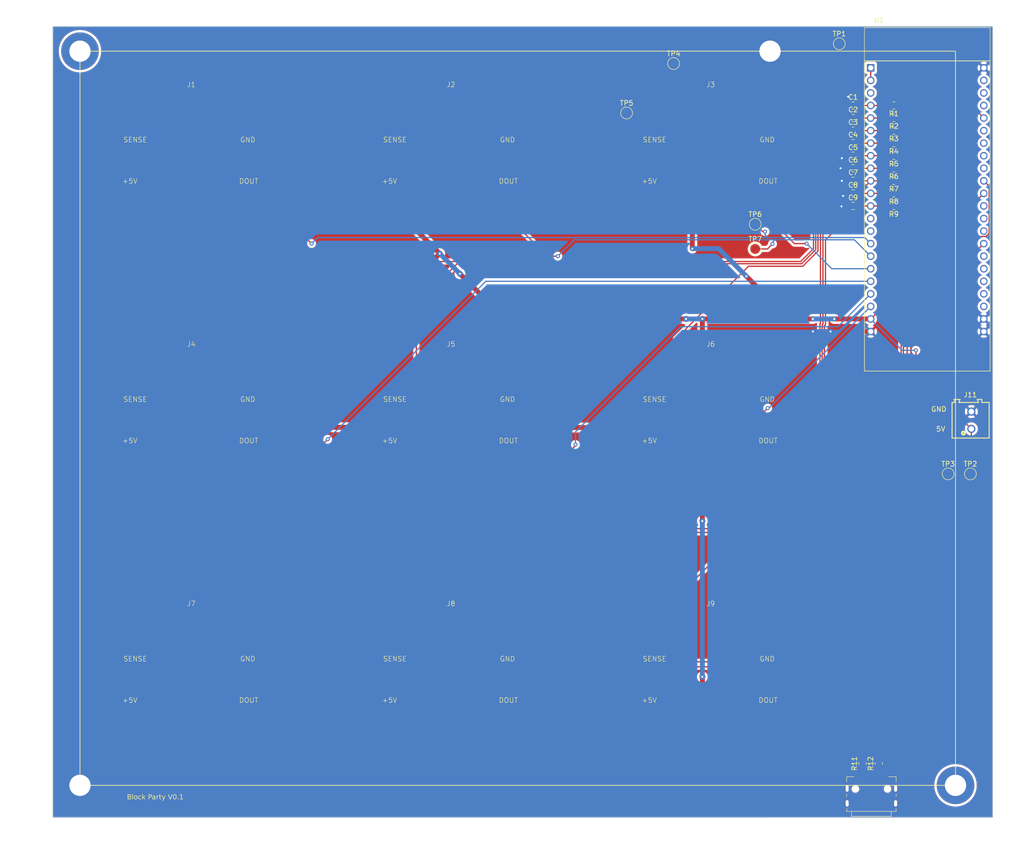
<source format=kicad_pcb>
(kicad_pcb (version 20240108) (generator "pcbnew") (generator_version "8.0")
  (layers (0 "F.Cu" signal) (31 "B.Cu" signal) (34 "B.Paste" user) (35 "F.Paste" user) (36 "B.SilkS" user "B.Silkscreen") (37 "F.SilkS" user "F.Silkscreen") (38 "B.Mask" user) (39 "F.Mask" user) (44 "Edge.Cuts" user))
  (net 0 "")
  (net 1 "GND")
  (net 2 "SENSE1")
  (net 3 "DO1")
  (net 4 "+5V")
  (net 5 "SENSE2")
  (net 6 "DO2")
  (net 7 "SENSE3")
  (net 8 "DO3")
  (net 9 "SENSE4")
  (net 10 "DO4")
  (net 11 "SENSE5")
  (net 12 "DO5")
  (net 13 "SENSE6")
  (net 14 "DO6")
  (net 15 "SENSE7")
  (net 16 "DO7")
  (net 17 "SENSE8")
  (net 18 "DO8")
  (net 19 "SENSE9")
  (net 20 "DO9")
  (net 21 "+3V3")
  (net 28 "Net-(U1-GPIO2)")
  (net 41 "Net-(J10-CC1)")
  (net 42 "Net-(J10-CC2)")
  (footprint "Resistor_SMD:R_0805_2012Metric" (layer "F.Cu") (at 284.0755 67.798 180)
    (property "Reference" "R3")
    (property "Value" "10k")
  )
  (footprint "Resistor_SMD:R_0805_2012Metric" (layer "F.Cu") (at 284.0755 77.958 180)
    (property "Reference" "R7")
    (property "Value" "10k")
  )
  (footprint "Capacitor_SMD:C_0805_2012Metric" (layer "F.Cu") (at 275.844 70.336)
    (property "Reference" "C4")
    (property "Value" "3.3uF")
  )
  (footprint "Quinn_lib:Top Block Connector" (layer "F.Cu") (at 142.046 73.736)
    (property "Reference" "J1")
    (property "Value" "~")
  )
  (footprint "MountingHole:MountingHole_4.3mm_M4_ISO7380_Pad" (layer "F.Cu") (at 119.546 200.236)
    (property "Reference" "REF**" (hide yes))
    (property "Value" "MountingHole_4.3mm_M4_ISO7380_Pad" (hide yes))
  )
  (footprint "ESP32-S3-DEVKITC-1-N8R2:XCVR_ESP32-S3-DEVKITC-1-N8R2" (layer "F.Cu") (at 290.83 85.07)
    (property "Reference" "U1")
    (property "Value" "ESP32-S3-DEVKITC-1-N8R2")
  )
  (footprint "Resistor_SMD:R_0805_2012Metric" (layer "F.Cu") (at 284.0755 65.258 180)
    (property "Reference" "R2")
    (property "Value" "10k")
  )
  (footprint "TestPoint:TestPoint_Pad_D2.0mm" (layer "F.Cu") (at 299.546 137.236)
    (property "Reference" "TP2")
    (property "Value" "5V")
  )
  (footprint "Quinn_lib:Top Block Connector" (layer "F.Cu") (at 247.046 73.736)
    (property "Reference" "J3")
    (property "Value" "~")
  )
  (footprint "Resistor_SMD:R_0805_2012Metric" (layer "F.Cu") (at 284.0755 80.498 180)
    (property "Reference" "R8")
    (property "Value" "10k")
  )
  (footprint "Resistor_SMD:R_0805_2012Metric" (layer "F.Cu") (at 284.0755 70.338 180)
    (property "Reference" "R4")
    (property "Value" "10k")
  )
  (footprint "TestPoint:TestPoint_Pad_D2.0mm" (layer "F.Cu") (at 256.046 91.736)
    (property "Reference" "TP7")
    (property "Value" "TestPoint" (hide yes))
  )
  (footprint "Capacitor_SMD:C_0805_2012Metric" (layer "F.Cu") (at 275.844 83.036)
    (property "Reference" "C9")
    (property "Value" "3.3uF")
  )
  (footprint "Quinn_lib:Top Block Connector" (layer "F.Cu") (at 194.546 178.736)
    (property "Reference" "J8")
    (property "Value" "~")
  )
  (footprint "MountingHole:MountingHole_4.3mm_M4_ISO7380_Pad" (layer "F.Cu") (at 259.046 51.736)
    (property "Reference" "REF**" (hide yes))
    (property "Value" "MountingHole_4.3mm_M4_ISO7380_Pad" (hide yes))
  )
  (footprint "TestPoint:TestPoint_Pad_D2.0mm" (layer "F.Cu") (at 273.046 50.236)
    (property "Reference" "TP1")
    (property "Value" "TestPoint" (hide yes))
  )
  (footprint "TestPoint:TestPoint_Pad_D2.0mm" (layer "F.Cu") (at 295.046 137.236)
    (property "Reference" "TP3")
    (property "Value" "GND")
  )
  (footprint "Resistor_SMD:R_0805_2012Metric" (layer "F.Cu") (at 281.027 195.8235 90)
    (property "Reference" "R12")
    (property "Value" "5.1k")
  )
  (footprint "Resistor_SMD:R_0805_2012Metric" (layer "F.Cu") (at 284.0755 72.878 180)
    (property "Reference" "R5")
    (property "Value" "10k")
  )
  (footprint "Quinn_lib:Top Block Connector" (layer "F.Cu") (at 247.046 178.736)
    (property "Reference" "J9")
    (property "Value" "~")
  )
  (footprint "Capacitor_SMD:C_0805_2012Metric" (layer "F.Cu") (at 275.844 62.718)
    (property "Reference" "C1")
    (property "Value" "3.3uF")
  )
  (footprint "TestPoint:TestPoint_Pad_D2.0mm" (layer "F.Cu") (at 256.046 86.736)
    (property "Reference" "TP6")
    (property "Value" "TestPoint" (hide yes))
  )
  (footprint "Resistor_SMD:R_0805_2012Metric" (layer "F.Cu") (at 284.0755 62.718 180)
    (property "Reference" "R1")
    (property "Value" "10k")
  )
  (footprint "Resistor_SMD:R_0805_2012Metric" (layer "F.Cu") (at 277.755 195.8235 90)
    (property "Reference" "R11")
    (property "Value" "5.1k")
  )
  (footprint "Capacitor_SMD:C_0805_2012Metric" (layer "F.Cu") (at 275.844 72.876)
    (property "Reference" "C5")
    (property "Value" "3.3uF")
  )
  (footprint "TestPoint:TestPoint_Pad_D2.0mm" (layer "F.Cu") (at 230.046 64.236)
    (property "Reference" "TP5")
    (property "Value" "TestPoint" (hide yes))
  )
  (footprint "Quinn_lib:Top Block Connector" (layer "F.Cu") (at 247.046 126.236)
    (property "Reference" "J6")
    (property "Value" "~")
  )
  (footprint "TestPoint:TestPoint_Pad_D2.0mm" (layer "F.Cu") (at 239.546 54.236)
    (property "Reference" "TP4")
    (property "Value" "TestPoint" (hide yes))
  )
  (footprint "Quinn_lib:Top Block Connector" (layer "F.Cu") (at 142.046 178.736)
    (property "Reference" "J7")
    (property "Value" "~")
  )
  (footprint "Quinn_lib:USB_C-0015IPX6-00" (layer "F.Cu") (at 279.537 201.5025)
    (property "Reference" "J10" (hide yes))
    (property "Value" "UJC-HP-3-SMT-TR" (hide yes))
  )
  (footprint "Capacitor_SMD:C_0805_2012Metric" (layer "F.Cu") (at 275.844 77.956)
    (property "Reference" "C7")
    (property "Value" "3.3uF")
  )
  (footprint "Quinn_lib:Top Block Connector" (layer "F.Cu") (at 142.046 126.236)
    (property "Reference" "J4")
    (property "Value" "~")
  )
  (footprint "Resistor_SMD:R_0805_2012Metric" (layer "F.Cu") (at 284.0755 75.418 180)
    (property "Reference" "R6")
    (property "Value" "10k")
  )
  (footprint "Capacitor_SMD:C_0805_2012Metric" (layer "F.Cu") (at 275.844 75.416)
    (property "Reference" "C6")
    (property "Value" "3.3uF")
  )
  (footprint "Capacitor_SMD:C_0805_2012Metric" (layer "F.Cu") (at 275.844 67.798)
    (property "Reference" "C3")
    (property "Value" "3.3uF")
  )
  (footprint "Quinn_lib:Top Block Connector" (layer "F.Cu") (at 194.546 73.736)
    (property "Reference" "J2")
    (property "Value" "~")
  )
  (footprint "MountingHole:MountingHole_4.3mm_M4_ISO7380_Pad" (layer "F.Cu") (at 119.546 51.736)
    (property "Reference" "REF**" (hide yes))
    (property "Value" "MountingHole_4.3mm_M4_ISO7380_Pad" (hide yes))
  )
  (footprint "Resistor_SMD:R_0805_2012Metric" (layer "F.Cu") (at 284.0755 83.038 180)
    (property "Reference" "R9")
    (property "Value" "10k")
  )
  (footprint "Capacitor_SMD:C_0805_2012Metric" (layer "F.Cu") (at 275.844 80.496)
    (property "Reference" "C8")
    (property "Value" "3.3uF")
  )
  (footprint "Capacitor_SMD:C_0805_2012Metric" (layer "F.Cu") (at 275.844 65.256)
    (property "Reference" "C2")
    (property "Value" "3.3uF")
  )
  (footprint "MountingHole:MountingHole_4.3mm_M4_ISO7380_Pad" (layer "F.Cu") (at 296.546 200.236)
    (property "Reference" "REF**" (hide yes))
    (property "Value" "MountingHole_4.3mm_M4_ISO7380_Pad" (hide yes))
  )
  (footprint "2p 3:691214110002S" (layer "F.Cu") (at 299.746 126.386 90)
    (property "Reference" "J11")
    (property "Value" "691214110002S")
  )
  (footprint "Quinn_lib:Top Block Connector" (layer "F.Cu") (at 194.546 126.236)
    (property "Reference" "J5")
    (property "Value" "~")
  )
  (gr_rect (start 119.546 51.736) (end 296.546 200.236) (stroke (width 0.15)) (fill none) (layer "F.SilkS"))
  (gr_rect (start 114.046 46.736) (end 304.046 206.736) (stroke (width 0.1)) (fill none) (layer "Edge.Cuts"))
  (gr_text "GND" (at 291.546 124.736 0) (layer "F.SilkS") (effects (font (size 1 1)) (justify left bottom)))
  (gr_text "5V" (at 292.546 128.736 0) (layer "F.SilkS") (effects (font (size 1 1)) (justify left bottom)))
  (gr_text "Block Party V0.1" (at 129.046 203.236 0) (layer "F.SilkS") (effects (font (size 1 1)) (justify left bottom)))
  (segment (start 274.322 80.496) (end 273.812 81.006) (width 1) (layer "F.Cu") (net 1))
  (segment (start 274.894 80.496) (end 274.322 80.496) (width 1) (layer "F.Cu") (net 1))
  (segment (start 271.274002 108.44) (end 271.272 108.437998) (width 1) (layer "F.Cu") (net 1))
  (segment (start 274.894 62.718) (end 274.894 65.256) (width 1) (layer "F.Cu") (net 1))
  (segment (start 273.558 73.386) (end 274.384 73.386) (width 1) (layer "F.Cu") (net 1))
  (segment (start 279.4 108.44) (end 271.274002 108.44) (width 1) (layer "F.Cu") (net 1))
  (segment (start 274.384 73.386) (end 274.894 72.876) (width 1) (layer "F.Cu") (net 1))
  (via (at 273.558 73.386) (size 0.8) (drill 0.4) (layers "F.Cu" "B.Cu") (net 1))
  (via (at 273.488651 83.132625) (size 0.8) (drill 0.4) (layers "F.Cu" "B.Cu") (net 1))
  (via (at 274.828 60.94) (size 0.8) (drill 0.4) (layers "F.Cu" "B.Cu") (net 1))
  (via (at 273.304 75.418) (size 0.8) (drill 0.4) (layers "F.Cu" "B.Cu") (net 1))
  (via (at 273.812 81.006) (size 0.8) (drill 0.4) (layers "F.Cu" "B.Cu") (net 1))
  (via (at 273.558 77.958) (size 0.8) (drill 0.4) (layers "F.Cu" "B.Cu") (net 1))
  (via (at 267.716 108.438) (size 1.2) (drill 0.4) (layers "F.Cu" "B.Cu") (net 1))
  (via (at 271.272 108.437998) (size 1.2) (drill 0.4) (layers "F.Cu" "B.Cu") (net 1))
  (segment (start 267.716002 108.437998) (end 267.716 108.438) (width 1) (layer "B.Cu") (net 1))
  (segment (start 271.272 108.437998) (end 267.716002 108.437998) (width 1) (layer "B.Cu") (net 1))
  (segment (start 283.161 62.72) (end 283.163 62.718) (width 0.25) (layer "F.Cu") (net 2))
  (segment (start 276.86 60.18) (end 273.416 56.736) (width 0.25) (layer "F.Cu") (net 2))
  (segment (start 279.4 62.72) (end 283.161 62.72) (width 0.25) (layer "F.Cu") (net 2))
  (segment (start 273.416 56.736) (end 247.046 56.736) (width 0.25) (layer "F.Cu") (net 2))
  (segment (start 247.046 56.736) (end 145.063 56.736) (width 0.25) (layer "F.Cu") (net 2))
  (segment (start 145.063 56.736) (end 135.063 66.736) (width 0.25) (layer "F.Cu") (net 2))
  (segment (start 242.046 56.736) (end 247.046 56.736) (width 0.25) (layer "F.Cu") (net 2))
  (segment (start 277.114 62.72) (end 276.86 62.466) (width 0.25) (layer "F.Cu") (net 2))
  (segment (start 135.063 66.736) (end 135.046 66.736) (width 0.25) (layer "F.Cu") (net 2))
  (segment (start 279.4 62.72) (end 277.114 62.72) (width 0.25) (layer "F.Cu") (net 2))
  (segment (start 239.546 54.236) (end 242.046 56.736) (width 0.25) (layer "F.Cu") (net 2))
  (segment (start 276.86 62.466) (end 276.86 60.18) (width 0.25) (layer "F.Cu") (net 2))
  (segment (start 153.716 85.406) (end 149.046 80.736) (width 0.25) (layer "F.Cu") (net 3))
  (segment (start 166.37 90.658) (end 161.118 85.406) (width 0.25) (layer "F.Cu") (net 3))
  (segment (start 161.118 85.406) (end 153.716 85.406) (width 0.25) (layer "F.Cu") (net 3))
  (segment (start 256.046 86.736) (end 257.546 88.236) (width 0.25) (layer "F.Cu") (net 3))
  (segment (start 257.546 88.236) (end 258.046 88.236) (width 0.25) (layer "F.Cu") (net 3))
  (via (at 258.046 88.236) (size 0.8) (drill 0.4) (layers "F.Cu" "B.Cu") (net 3))
  (via (at 166.37 90.658) (size 0.8) (drill 0.4) (layers "F.Cu" "B.Cu") (net 3))
  (segment (start 167.595 89.433) (end 166.37 90.658) (width 0.25) (layer "B.Cu") (net 3))
  (segment (start 279.4 90.66) (end 278.173 89.433) (width 0.25) (layer "B.Cu") (net 3))
  (segment (start 258.046 88.933) (end 258.546 89.433) (width 0.25) (layer "B.Cu") (net 3))
  (segment (start 258.546 89.433) (end 167.595 89.433) (width 0.25) (layer "B.Cu") (net 3))
  (segment (start 258.046 88.236) (end 258.046 88.933) (width 0.25) (layer "B.Cu") (net 3))
  (segment (start 278.173 89.433) (end 258.546 89.433) (width 0.25) (layer "B.Cu") (net 3))
  (segment (start 245.364 127.918) (end 245.364 105.898) (width 1) (layer "F.Cu") (net 4))
  (segment (start 192.607347 127.817347) (end 140.464653 127.817347) (width 1) (layer "F.Cu") (net 4))
  (segment (start 245.364015 178.288015) (end 245.364015 180.417985) (width 1) (layer "F.Cu") (net 4))
  (segment (start 191.516 93.452) (end 138.422 93.452) (width 1) (layer "F.Cu") (net 4))
  (segment (start 278.046 202.6635) (end 278.046 200.736) (width 1) (layer "F.Cu") (net 4))
  (segment (start 138.578 198.608) (end 135.046 195.076) (width 1) (layer "F.Cu") (net 4))
  (segment (start 245.364015 180.417985) (end 245.159 180.623) (width 1) (layer "F.Cu") (net 4))
  (segment (start 267.716 105.898) (end 262.89 105.898) (width 1) (layer "F.Cu") (net 4))
  (segment (start 288.546 116.936) (end 288.546 112.236) (width 0.25) (layer "F.Cu") (net 4))
  (segment (start 235.376 190.406) (end 245.158999 180.623001) (width 1) (layer "F.Cu") (net 4))
  (segment (start 284.988 77.958) (end 284.988 75.418) (width 0.25) (layer "F.Cu") (net 4))
  (segment (start 245.158999 180.623001) (end 227.428 198.354) (width 1) (layer "F.Cu") (net 4))
  (segment (start 299.546 137.236) (end 299.546 136.736) (width 0.25) (layer "F.Cu") (net 4))
  (segment (start 243.332 91.674) (end 243.332 84.022) (width 1) (layer "F.Cu") (net 4))
  (segment (start 243.332 84.022) (end 240.046 80.736) (width 1) (layer "F.Cu") (net 4))
  (segment (start 279.4 105.9) (end 272.036 105.9) (width 1) (layer "F.Cu") (net 4))
  (segment (start 227.428 198.354) (end 190.824 198.354) (width 1) (layer "F.Cu") (net 4))
  (segment (start 187.546 185.736) (end 174.674 198.608) (width 1) (layer "F.Cu") (net 4))
  (segment (start 135.046 195.076) (end 135.046 185.736) (width 1) (layer "F.Cu") (net 4))
  (segment (start 245.364 127.918) (end 245.364 146.792) (width 1) (layer "F.Cu") (net 4))
  (segment (start 281.046 200.717) (end 281.027 200.736) (width 0.25) (layer "F.Cu") (net 4))
  (segment (start 278.046 200.736) (end 278.046 199.1245) (width 1) (layer "F.Cu") (net 4))
  (segment (start 205.486 105.898) (end 196.342 96.754) (width 1) (layer "F.Cu") (net 4))
  (segment (start 262.89 105.898) (end 254.254 97.262) (width 1) (layer "F.Cu") (net 4))
  (segment (start 245.364015 180.417985) (end 245.364015 191.787015) (width 1) (layer "F.Cu") (net 4))
  (segment (start 281.046 199.1245) (end 281.046 200.717) (width 0.25) (layer "F.Cu") (net 4))
  (segment (start 262.89 105.898) (end 245.364 105.898) (width 1) (layer "F.Cu") (net 4))
  (segment (start 284.988 67.798) (end 284.988 70.338) (width 0.25) (layer "F.Cu") (net 4))
  (segment (start 245.152 127.862) (end 192.92 127.862) (width 1) (layer "F.Cu") (net 4))
  (segment (start 174.674 198.608) (end 138.578 198.608) (width 1) (layer "F.Cu") (net 4))
  (segment (start 284.988 65.258) (end 284.988 67.798) (width 0.25) (layer "F.Cu") (net 4))
  (segment (start 284.988 72.878) (end 284.988 70.338) (width 0.25) (layer "F.Cu") (net 4))
  (segment (start 135.046 90.076) (end 135.046 80.736) (width 1) (layer "F.Cu") (net 4))
  (segment (start 299.546 136.736) (end 299.746 136.536) (width 0.25) (layer "F.Cu") (net 4))
  (segment (start 284.988 62.718) (end 284.988 65.258) (width 0.25) (layer "F.Cu") (net 4))
  (segment (start 190.824 198.354) (end 187.546 195.076) (width 1) (layer "F.Cu") (net 4))
  (segment (start 245.325 127.957) (end 245.364 127.918) (width 0.25) (layer "F.Cu") (net 4))
  (segment (start 192.786 127.996) (end 187.546 133.236) (width 1) (layer "F.Cu") (net 4))
  (segment (start 284.988 80.498) (end 284.988 77.958) (width 0.25) (layer "F.Cu") (net 4))
  (segment (start 192.278 92.69) (end 191.516 93.452) (width 1) (layer "F.Cu") (net 4))
  (segment (start 245.364015 191.787015) (end 259.249739 205.672739) (width 1) (layer "F.Cu") (net 4))
  (segment (start 275.036761 205.672739) (end 278.046 202.6635) (width 1) (layer "F.Cu") (net 4))
  (segment (start 281.027 200.736) (end 278.046 200.736) (width 0.25) (layer "F.Cu") (net 4))
  (segment (start 245.159 180.623) (end 245.158999 180.623001) (width 0.25) (layer "F.Cu") (net 4))
  (segment (start 245.325 127.957) (end 245.286 127.996) (width 0.25) (layer "F.Cu") (net 4))
  (segment (start 284.988 83.038) (end 284.988 80.498) (width 0.25) (layer "F.Cu") (net 4))
  (segment (start 278.092 202.3975) (end 278.017 202.3225) (width 0.25) (layer "F.Cu") (net 4))
  (segment (start 245.286 127.996) (end 245.152 127.862) (width 1) (layer "F.Cu") (net 4))
  (segment (start 240.046 133.236) (end 245.325 127.957) (width 1) (layer "F.Cu") (net 4))
  (segment (start 242.062 105.898) (end 205.486 105.898) (width 1) (layer "F.Cu") (net 4))
  (segment (start 284.988 100.312) (end 279.4 105.9) (width 0.25) (layer "F.Cu") (net 4))
  (segment (start 192.92 127.862) (end 192.786 127.996) (width 1) (layer "F.Cu") (net 4))
  (segment (start 187.546 195.076) (end 187.546 185.736) (width 1) (layer "F.Cu") (net 4))
  (segment (start 272.036 105.9) (end 272.034 105.898) (width 0.25) (layer "F.Cu") (net 4))
  (segment (start 259.249739 205.672739) (end 275.036761 205.672739) (width 1) (layer "F.Cu") (net 4))
  (segment (start 192.278 92.69) (end 187.546 87.958) (width 1) (layer "F.Cu") (net 4))
  (segment (start 284.988 75.418) (end 284.988 72.878) (width 0.25) (layer "F.Cu") (net 4))
  (segment (start 284.988 83.038) (end 284.988 100.312) (width 0.25) (layer "F.Cu") (net 4))
  (segment (start 299.746 136.536) (end 299.746 128.136) (width 0.25) (layer "F.Cu") (net 4))
  (segment (start 192.786 127.996) (end 192.607347 127.817347) (width 1) (layer "F.Cu") (net 4))
  (segment (start 299.746 128.136) (end 288.546 116.936) (width 0.25) (layer "F.Cu") (net 4))
  (segment (start 187.546 87.958) (end 187.546 80.736) (width 1) (layer "F.Cu") (net 4))
  (segment (start 140.464653 127.817347) (end 135.046 133.236) (width 1) (layer "F.Cu") (net 4))
  (segment (start 138.422 93.452) (end 135.046 90.076) (width 1) (layer "F.Cu") (net 4))
  (via (at 267.716 105.898) (size 0.8) (drill 0.4) (layers "F.Cu" "B.Cu") (net 4))
  (via (at 245.364 146.792) (size 1.2) (drill 0.4) (layers "F.Cu" "B.Cu") (net 4))
  (via (at 242.062 105.898) (size 1.2) (drill 0.4) (layers "F.Cu" "B.Cu") (net 4))
  (via (at 245.364015 178.288015) (size 1.2) (drill 0.4) (layers "F.Cu" "B.Cu") (net 4))
  (via (at 272.034 105.898) (size 0.8) (drill 0.4) (layers "F.Cu" "B.Cu") (net 4))
  (via (at 243.332 91.674) (size 0.8) (drill 0.4) (layers "F.Cu" "B.Cu") (net 4))
  (via (at 254.254 97.262) (size 0.8) (drill 0.4) (layers "F.Cu" "B.Cu") (net 4))
  (via (at 288.546 112.236) (size 0.8) (drill 0.4) (layers "F.Cu" "B.Cu") (net 4))
  (via (at 192.278 92.69) (size 1.2) (drill 0.4) (layers "F.Cu" "B.Cu") (net 4))
  (via (at 196.342 96.754) (size 1.2) (drill 0.4) (layers "F.Cu" "B.Cu") (net 4))
  (via (at 245.364 105.898) (size 1.2) (drill 0.4) (layers "F.Cu" "B.Cu") (net 4))
  (segment (start 288.546 112.236) (end 285.736 112.236) (width 0.25) (layer "B.Cu") (net 4))
  (segment (start 285.736 112.236) (end 279.4 105.9) (width 0.25) (layer "B.Cu") (net 4))
  (segment (start 196.342 96.754) (end 192.278 92.69) (width 1) (layer "B.Cu") (net 4))
  (segment (start 245.364 146.792) (end 245.364 178.288) (width 1) (layer "B.Cu") (net 4))
  (segment (start 245.364 105.898) (end 242.062 105.898) (width 1) (layer "B.Cu") (net 4))
  (segment (start 248.666 91.674) (end 243.332 91.674) (width 1) (layer "B.Cu") (net 4))
  (segment (start 245.364 178.288) (end 245.364015 178.288015) (width 0.25) (layer "B.Cu") (net 4))
  (segment (start 254.254 97.262) (end 248.666 91.674) (width 1) (layer "B.Cu") (net 4))
  (segment (start 272.034 105.898) (end 267.716 105.898) (width 1) (layer "B.Cu") (net 4))
  (segment (start 243.122 57.736) (end 242.122 58.736) (width 0.25) (layer "F.Cu") (net 5))
  (segment (start 187.546 60.736) (end 187.546 66.736) (width 0.25) (layer "F.Cu") (net 5))
  (segment (start 279.4 65.26) (end 277.116 65.26) (width 0.25) (layer "F.Cu") (net 5))
  (segment (start 242.046 58.736) (end 236.546 64.236) (width 0.25) (layer "F.Cu") (net 5))
  (segment (start 242.122 58.736) (end 189.546 58.736) (width 0.25) (layer "F.Cu") (net 5))
  (segment (start 273.402 57.736) (end 243.122 57.736) (width 0.25) (layer "F.Cu") (net 5))
  (segment (start 275.781753 63.925753) (end 275.781753 60.115753) (width 0.25) (layer "F.Cu") (net 5))
  (segment (start 189.546 58.736) (end 187.546 60.736) (width 0.25) (layer "F.Cu") (net 5))
  (segment (start 275.781753 60.115753) (end 273.402 57.736) (width 0.25) (layer "F.Cu") (net 5))
  (segment (start 242.122 58.736) (end 242.046 58.736) (width 0.25) (layer "F.Cu") (net 5))
  (segment (start 283.161 65.26) (end 283.163 65.258) (width 0.25) (layer "F.Cu") (net 5))
  (segment (start 279.4 65.26) (end 283.161 65.26) (width 0.25) (layer "F.Cu") (net 5))
  (segment (start 277.116 65.26) (end 275.781753 63.925753) (width 0.25) (layer "F.Cu") (net 5))
  (segment (start 230.046 64.236) (end 236.546 64.236) (width 0.25) (layer "F.Cu") (net 5))
  (segment (start 214.008 93.198) (end 201.546 80.736) (width 0.25) (layer "F.Cu") (net 6))
  (segment (start 258.546 91.736) (end 259.546 90.736) (width 0.25) (layer "F.Cu") (net 6))
  (segment (start 216.154 93.198) (end 214.008 93.198) (width 0.25) (layer "F.Cu") (net 6))
  (segment (start 256.046 91.736) (end 258.546 91.736) (width 0.25) (layer "F.Cu") (net 6))
  (via (at 216.154 93.198) (size 0.8) (drill 0.4) (layers "F.Cu" "B.Cu") (net 6))
  (via (at 259.546 90.736) (size 0.8) (drill 0.4) (layers "F.Cu" "B.Cu") (net 6))
  (segment (start 259.546 90.383) (end 260.046 89.883) (width 0.25) (layer "B.Cu") (net 6))
  (segment (start 219.469 89.883) (end 216.154 93.198) (width 0.25) (layer "B.Cu") (net 6))
  (segment (start 260.046 89.883) (end 219.469 89.883) (width 0.25) (layer "B.Cu") (net 6))
  (segment (start 276.083 89.883) (end 260.046 89.883) (width 0.25) (layer "B.Cu") (net 6))
  (segment (start 259.546 90.736) (end 259.546 90.383) (width 0.25) (layer "B.Cu") (net 6))
  (segment (start 279.4 93.2) (end 276.083 89.883) (width 0.25) (layer "B.Cu") (net 6))
  (segment (start 240.046 66.736) (end 240.063 66.736) (width 0.25) (layer "F.Cu") (net 7))
  (segment (start 240.063 66.736) (end 248.063 58.736) (width 0.25) (layer "F.Cu") (net 7))
  (segment (start 283.161 67.8) (end 283.163 67.798) (width 0.25) (layer "F.Cu") (net 7))
  (segment (start 273.386 58.736) (end 273.558 58.908) (width 0.25) (layer "F.Cu") (net 7))
  (segment (start 279.4 67.8) (end 283.161 67.8) (width 0.25) (layer "F.Cu") (net 7))
  (segment (start 276.861 67.8) (end 279.4 67.8) (width 0.25) (layer "F.Cu") (net 7))
  (segment (start 273.558 65.766) (end 274.326945 66.534945) (width 0.25) (layer "F.Cu") (net 7))
  (segment (start 275.595945 66.534945) (end 276.861 67.8) (width 0.25) (layer "F.Cu") (net 7))
  (segment (start 274.326945 66.534945) (end 275.595945 66.534945) (width 0.25) (layer "F.Cu") (net 7))
  (segment (start 273.558 58.908) (end 273.558 65.766) (width 0.25) (layer "F.Cu") (net 7))
  (segment (start 248.063 58.736) (end 273.386 58.736) (width 0.25) (layer "F.Cu") (net 7))
  (segment (start 263.968 90.658) (end 254.046 80.736) (width 0.25) (layer "F.Cu") (net 8))
  (segment (start 266.446 90.658) (end 263.968 90.658) (width 0.25) (layer "F.Cu") (net 8))
  (via (at 266.446 90.658) (size 0.8) (drill 0.4) (layers "F.Cu" "B.Cu") (net 8))
  (segment (start 271.528 95.74) (end 266.446 90.658) (width 0.25) (layer "B.Cu") (net 8))
  (segment (start 279.4 95.74) (end 271.528 95.74) (width 0.25) (layer "B.Cu") (net 8))
  (segment (start 135.046 109.896) (end 135.046 119.236) (width 0.25) (layer "F.Cu") (net 9))
  (segment (start 283.161 70.34) (end 283.163 70.338) (width 0.25) (layer "F.Cu") (net 9))
  (segment (start 274.13 71.608) (end 267.832 77.906) (width 0.25) (layer "F.Cu") (net 9))
  (segment (start 265.238604 94.277) (end 150.665 94.277) (width 0.25) (layer "F.Cu") (net 9))
  (segment (start 277.112 70.336) (end 275.84 71.608) (width 0.25) (layer "F.Cu") (net 9))
  (segment (start 279.4 70.34) (end 277.116 70.34) (width 0.25) (layer "F.Cu") (net 9))
  (segment (start 279.4 70.34) (end 283.161 70.34) (width 0.25) (layer "F.Cu") (net 9))
  (segment (start 267.832 77.906) (end 267.832 91.683604) (width 0.25) (layer "F.Cu") (net 9))
  (segment (start 267.832 91.683604) (end 265.238604 94.277) (width 0.25) (layer "F.Cu") (net 9))
  (segment (start 277.116 70.34) (end 277.112 70.336) (width 0.25) (layer "F.Cu") (net 9))
  (segment (start 150.665 94.277) (end 135.046 109.896) (width 0.25) (layer "F.Cu") (net 9))
  (segment (start 275.84 71.608) (end 274.13 71.608) (width 0.25) (layer "F.Cu") (net 9))
  (segment (start 149.046 133.236) (end 149.546 133.736) (width 0.25) (layer "F.Cu") (net 10))
  (segment (start 149.546 133.736) (end 166.128692 133.736) (width 0.25) (layer "F.Cu") (net 10))
  (segment (start 166.128692 133.736) (end 169.627346 130.237346) (width 0.25) (layer "F.Cu") (net 10))
  (via (at 169.627346 130.237346) (size 0.8) (drill 0.4) (layers "F.Cu" "B.Cu") (net 10))
  (segment (start 279.4 98.28) (end 201.584692 98.28) (width 0.25) (layer "B.Cu") (net 10))
  (segment (start 201.584692 98.28) (end 169.627346 130.237346) (width 0.25) (layer "B.Cu") (net 10))
  (segment (start 195.7985 94.727) (end 187.546 102.9795) (width 0.25) (layer "F.Cu") (net 11))
  (segment (start 187.546 102.9795) (end 187.546 119.236) (width 0.25) (layer "F.Cu") (net 11))
  (segment (start 275.84 74.148) (end 273.175604 74.148) (width 0.25) (layer "F.Cu") (net 11))
  (segment (start 268.282 79.041604) (end 268.282 91.87) (width 0.25) (layer "F.Cu") (net 11))
  (segment (start 273.175604 74.148) (end 268.282 79.041604) (width 0.25) (layer "F.Cu") (net 11))
  (segment (start 279.4 72.88) (end 277.116 72.88) (width 0.25) (layer "F.Cu") (net 11))
  (segment (start 277.116 72.88) (end 277.112 72.876) (width 0.25) (layer "F.Cu") (net 11))
  (segment (start 277.112 72.876) (end 275.84 74.148) (width 0.25) (layer "F.Cu") (net 11))
  (segment (start 265.425 94.727) (end 195.7985 94.727) (width 0.25) (layer "F.Cu") (net 11))
  (segment (start 279.4 72.88) (end 283.161 72.88) (width 0.25) (layer "F.Cu") (net 11))
  (segment (start 268.282 91.87) (end 265.425 94.727) (width 0.25) (layer "F.Cu") (net 11))
  (segment (start 283.161 72.88) (end 283.163 72.878) (width 0.25) (layer "F.Cu") (net 11))
  (segment (start 219.71 131.552) (end 219.71 131.298) (width 0.25) (layer "F.Cu") (net 12))
  (segment (start 201.546 133.236) (end 218.026 133.236) (width 0.25) (layer "F.Cu") (net 12))
  (segment (start 218.026 133.236) (end 219.71 131.552) (width 0.25) (layer "F.Cu") (net 12))
  (via (at 219.71 131.298) (size 0.8) (drill 0.4) (layers "F.Cu" "B.Cu") (net 12))
  (segment (start 272.755 107.465) (end 241.003 107.465) (width 0.25) (layer "B.Cu") (net 12))
  (segment (start 279.4 100.82) (end 272.755 107.465) (width 0.25) (layer "B.Cu") (net 12))
  (segment (start 241.003 107.465) (end 219.71 128.758) (width 0.25) (layer "B.Cu") (net 12))
  (segment (start 219.71 128.758) (end 219.71 131.298) (width 0.25) (layer "B.Cu") (net 12))
  (segment (start 254.712 95.23) (end 240.046 109.896) (width 0.25) (layer "F.Cu") (net 13))
  (segment (start 279.4 75.42) (end 283.161 75.42) (width 0.25) (layer "F.Cu") (net 13))
  (segment (start 271.272 76.688) (end 268.732 79.228) (width 0.25) (layer "F.Cu") (net 13))
  (segment (start 265.684 95.23) (end 254.712 95.23) (width 0.25) (layer "F.Cu") (net 13))
  (segment (start 268.732 79.228) (end 268.732 92.182) (width 0.25) (layer "F.Cu") (net 13))
  (segment (start 283.161 75.42) (end 283.163 75.418) (width 0.25) (layer "F.Cu") (net 13))
  (segment (start 275.84 76.688) (end 271.272 76.688) (width 0.25) (layer "F.Cu") (net 13))
  (segment (start 268.732 92.182) (end 265.684 95.23) (width 0.25) (layer "F.Cu") (net 13))
  (segment (start 240.046 109.896) (end 240.046 119.236) (width 0.25) (layer "F.Cu") (net 13))
  (segment (start 277.116 75.42) (end 277.112 75.416) (width 0.25) (layer "F.Cu") (net 13))
  (segment (start 279.4 75.42) (end 277.116 75.42) (width 0.25) (layer "F.Cu") (net 13))
  (segment (start 277.112 75.416) (end 275.84 76.688) (width 0.25) (layer "F.Cu") (net 13))
  (segment (start 258.572 123.932) (end 254.046 128.458) (width 0.25) (layer "F.Cu") (net 14))
  (segment (start 254.046 128.458) (end 254.046 133.236) (width 0.25) (layer "F.Cu") (net 14))
  (via (at 258.572 123.932) (size 0.8) (drill 0.4) (layers "F.Cu" "B.Cu") (net 14))
  (segment (start 279.4 103.36) (end 258.828 123.932) (width 0.25) (layer "B.Cu") (net 14))
  (segment (start 258.828 123.932) (end 258.572 123.932) (width 0.25) (layer "B.Cu") (net 14))
  (segment (start 274.493984 79.228) (end 269.24 84.481984) (width 0.25) (layer "F.Cu") (net 15))
  (segment (start 278.132 79.228) (end 274.493984 79.228) (width 0.25) (layer "F.Cu") (net 15))
  (segment (start 279.4 77.96) (end 283.161 77.96) (width 0.25) (layer "F.Cu") (net 15))
  (segment (start 279.4 77.96) (end 278.132 79.228) (width 0.25) (layer "F.Cu") (net 15))
  (segment (start 269.24 84.481984) (end 269.24 106.802349) (width 0.25) (layer "F.Cu") (net 15))
  (segment (start 135.046 171.736) (end 135.046 162.396) (width 0.25) (layer "F.Cu") (net 15))
  (segment (start 135.046 162.396) (end 149.126 148.316) (width 0.25) (layer "F.Cu") (net 15))
  (segment (start 264.668 148.316) (end 149.126 148.316) (width 0.25) (layer "F.Cu") (net 15))
  (segment (start 269.143 143.841) (end 264.668 148.316) (width 0.25) (layer "F.Cu") (net 15))
  (segment (start 276.794 77.956) (end 279.396 77.956) (width 0.25) (layer "F.Cu") (net 15))
  (segment (start 283.161 77.96) (end 283.163 77.958) (width 0.25) (layer "F.Cu") (net 15))
  (segment (start 269.143 106.899349) (end 269.143 143.841) (width 0.25) (layer "F.Cu") (net 15))
  (segment (start 279.396 77.956) (end 279.4 77.96) (width 0.25) (layer "F.Cu") (net 15))
  (segment (start 269.24 106.802349) (end 269.143 106.899349) (width 0.25) (layer "F.Cu") (net 15))
  (segment (start 158.386 185.736) (end 149.046 185.736) (width 0.25) (layer "F.Cu") (net 16))
  (segment (start 264.414 175.24) (end 168.882 175.24) (width 0.25) (layer "F.Cu") (net 16))
  (segment (start 285.554 97.206) (end 285.554 154.1) (width 0.25) (layer "F.Cu") (net 16))
  (segment (start 285.554 154.1) (end 264.414 175.24) (width 0.25) (layer "F.Cu") (net 16))
  (segment (start 168.882 175.24) (end 158.386 185.736) (width 0.25) (layer "F.Cu") (net 16))
  (segment (start 302.26 80.5) (end 285.554 97.206) (width 0.25) (layer "F.Cu") (net 16))
  (segment (start 269.593 107.085745) (end 269.593 144.153) (width 0.25) (layer "F.Cu") (net 17))
  (segment (start 264.668 149.078) (end 200.864 149.078) (width 0.25) (layer "F.Cu") (net 17))
  (segment (start 187.546 162.396) (end 187.546 171.736) (width 0.25) (layer "F.Cu") (net 17))
  (segment (start 269.748 106.930745) (end 269.593 107.085745) (width 0.25) (layer "F.Cu") (net 17))
  (segment (start 279.4 80.5) (end 277.116 80.5) (width 0.25) (layer "F.Cu") (net 17))
  (segment (start 269.593 144.153) (end 264.668 149.078) (width 0.25) (layer "F.Cu") (net 17))
  (segment (start 277.116 80.5) (end 277.112 80.496) (width 0.25) (layer "F.Cu") (net 17))
  (segment (start 279.4 80.5) (end 283.161 80.5) (width 0.25) (layer "F.Cu") (net 17))
  (segment (start 283.161 80.5) (end 283.163 80.498) (width 0.25) (layer "F.Cu") (net 17))
  (segment (start 200.864 149.078) (end 187.546 162.396) (width 0.25) (layer "F.Cu") (net 17))
  (segment (start 275.84 81.768) (end 273.304 81.768) (width 0.25) (layer "F.Cu") (net 17))
  (segment (start 273.304 81.768) (end 269.748 85.324) (width 0.25) (layer "F.Cu") (net 17))
  (segment (start 277.112 80.496) (end 275.84 81.768) (width 0.25) (layer "F.Cu") (net 17))
  (segment (start 269.748 85.324) (end 269.748 106.930745) (width 0.25) (layer "F.Cu") (net 17))
  (segment (start 303.35 79.05) (end 303.35 88.571493) (width 0.25) (layer "F.Cu") (net 18))
  (segment (start 302.711493 89.21) (end 301.676 89.21) (width 0.25) (layer "F.Cu") (net 18))
  (segment (start 223.774 176.002) (end 214.04 185.736) (width 0.25) (layer "F.Cu") (net 18))
  (segment (start 264.668 176.256) (end 224.028 176.256) (width 0.25) (layer "F.Cu") (net 18))
  (segment (start 286.004 104.882) (end 286.004 154.92) (width 0.25) (layer "F.Cu") (net 18))
  (segment (start 224.028 176.256) (end 223.774 176.002) (width 0.25) (layer "F.Cu") (net 18))
  (segment (start 214.04 185.736) (end 201.546 185.736) (width 0.25) (layer "F.Cu") (net 18))
  (segment (start 286.004 154.92) (end 264.668 176.256) (width 0.25) (layer "F.Cu") (net 18))
  (segment (start 302.26 77.96) (end 303.35 79.05) (width 0.25) (layer "F.Cu") (net 18))
  (segment (start 303.35 88.571493) (end 302.711493 89.21) (width 0.25) (layer "F.Cu") (net 18))
  (segment (start 301.676 89.21) (end 286.004 104.882) (width 0.25) (layer "F.Cu") (net 18))
  (segment (start 277.116 83.04) (end 277.112 83.036) (width 0.25) (layer "F.Cu") (net 19))
  (segment (start 264.796396 149.586) (end 252.856 149.586) (width 0.25) (layer "F.Cu") (net 19))
  (segment (start 279.4 83.04) (end 283.161 83.04) (width 0.25) (layer "F.Cu") (net 19))
  (segment (start 252.856 149.586) (end 240.046 162.396) (width 0.25) (layer "F.Cu") (net 19))
  (segment (start 270.256 107.059141) (end 270.043 107.272141) (width 0.25) (layer "F.Cu") (net 19))
  (segment (start 283.161 83.04) (end 283.163 83.038) (width 0.25) (layer "F.Cu") (net 19))
  (segment (start 270.043 144.339396) (end 264.796396 149.586) (width 0.25) (layer "F.Cu") (net 19))
  (segment (start 279.4 83.04) (end 277.116 83.04) (width 0.25) (layer "F.Cu") (net 19))
  (segment (start 270.043 107.272141) (end 270.043 144.339396) (width 0.25) (layer "F.Cu") (net 19))
  (segment (start 277.112 83.036) (end 270.256 89.892) (width 0.25) (layer "F.Cu") (net 19))
  (segment (start 240.046 162.396) (end 240.046 171.736) (width 0.25) (layer "F.Cu") (net 19))
  (segment (start 270.256 89.892) (end 270.256 107.059141) (width 0.25) (layer "F.Cu") (net 19))
  (segment (start 302.26 90.66) (end 286.766 106.154) (width 0.25) (layer "F.Cu") (net 20))
  (segment (start 256.546 185.736) (end 254.046 185.736) (width 0.25) (layer "F.Cu") (net 20))
  (segment (start 286.766 106.154) (end 286.766 155.516) (width 0.25) (layer "F.Cu") (net 20))
  (segment (start 286.766 155.516) (end 256.546 185.736) (width 0.25) (layer "F.Cu") (net 20))
  (segment (start 279.4 55.1) (end 279.4 57.64) (width 0.25) (layer "F.Cu") (net 21))
  (segment (start 273.046 50.236) (end 287.236 50.236) (width 0.25) (layer "F.Cu") (net 28))
  (segment (start 287.236 50.236) (end 302.26 65.26) (width 0.25) (layer "F.Cu") (net 28))
  (segment (start 277.755 196.736) (end 279.046 198.027) (width 0.25) (layer "F.Cu") (net 41))
  (segment (start 279.046 198.027) (end 279.046 199.1245) (width 0.25) (layer "F.Cu") (net 41))
  (segment (start 280.046 197.717) (end 280.046 199.1245) (width 0.25) (layer "F.Cu") (net 42))
  (segment (start 281.027 196.736) (end 280.046 197.717) (width 0.25) (layer "F.Cu") (net 42))
  (zone (net 1) (net_name "GND") (layers "F&B.Cu") (name "GND_FILL") (connect_pads (clearance 0.5)) (min_thickness 0.25) (fill yes (thermal_gap 0.5) (thermal_bridge_width 0.5))
    (polygon (pts (xy 109.22 41.382) (xy 310.388 41.382) (xy 310.388 208.006) (xy 302.006 216.388) (xy 103.378 216.388) (xy 103.378 47.224)))
  )
)
</source>
